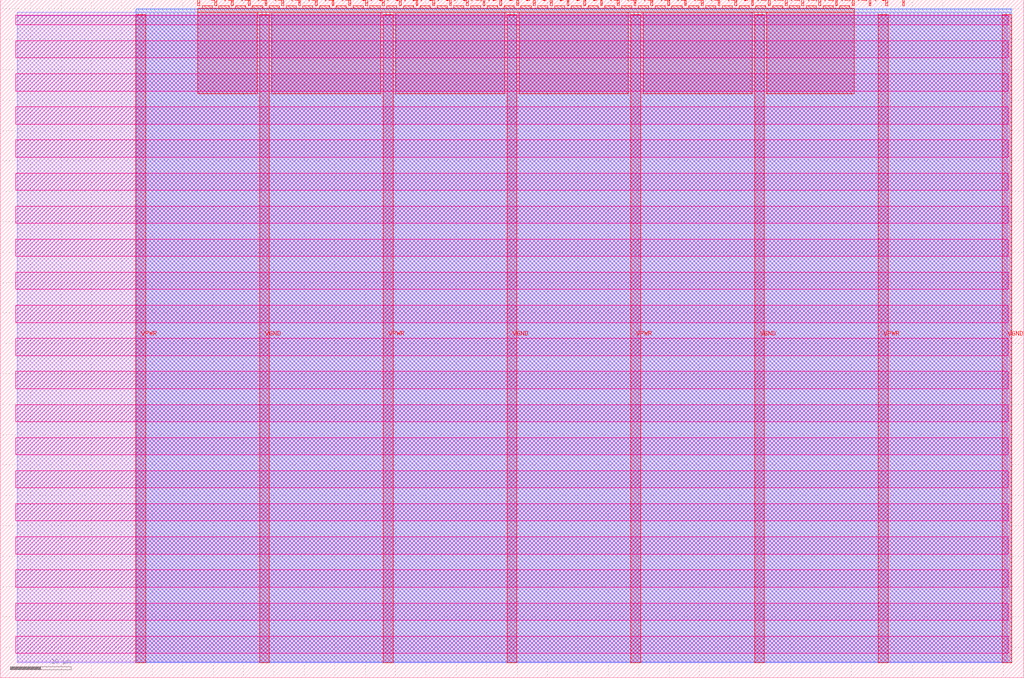
<source format=lef>
VERSION 5.7 ;
  NOWIREEXTENSIONATPIN ON ;
  DIVIDERCHAR "/" ;
  BUSBITCHARS "[]" ;
MACRO tt_um_wokwi_380408409844584449
  CLASS BLOCK ;
  FOREIGN tt_um_wokwi_380408409844584449 ;
  ORIGIN 0.000 0.000 ;
  SIZE 168.360 BY 111.520 ;
  PIN VGND
    DIRECTION INOUT ;
    USE GROUND ;
    PORT
      LAYER met4 ;
        RECT 42.670 2.480 44.270 109.040 ;
    END
    PORT
      LAYER met4 ;
        RECT 83.380 2.480 84.980 109.040 ;
    END
    PORT
      LAYER met4 ;
        RECT 124.090 2.480 125.690 109.040 ;
    END
    PORT
      LAYER met4 ;
        RECT 164.800 2.480 166.400 109.040 ;
    END
  END VGND
  PIN VPWR
    DIRECTION INOUT ;
    USE POWER ;
    PORT
      LAYER met4 ;
        RECT 22.315 2.480 23.915 109.040 ;
    END
    PORT
      LAYER met4 ;
        RECT 63.025 2.480 64.625 109.040 ;
    END
    PORT
      LAYER met4 ;
        RECT 103.735 2.480 105.335 109.040 ;
    END
    PORT
      LAYER met4 ;
        RECT 144.445 2.480 146.045 109.040 ;
    END
  END VPWR
  PIN clk
    DIRECTION INPUT ;
    USE SIGNAL ;
    PORT
      LAYER met4 ;
        RECT 145.670 110.520 145.970 111.520 ;
    END
  END clk
  PIN ena
    DIRECTION INPUT ;
    USE SIGNAL ;
    PORT
      LAYER met4 ;
        RECT 148.430 110.520 148.730 111.520 ;
    END
  END ena
  PIN rst_n
    DIRECTION INPUT ;
    USE SIGNAL ;
    PORT
      LAYER met4 ;
        RECT 142.910 110.520 143.210 111.520 ;
    END
  END rst_n
  PIN ui_in[0]
    DIRECTION INPUT ;
    USE SIGNAL ;
    ANTENNAGATEAREA 0.196500 ;
    PORT
      LAYER met4 ;
        RECT 140.150 110.520 140.450 111.520 ;
    END
  END ui_in[0]
  PIN ui_in[1]
    DIRECTION INPUT ;
    USE SIGNAL ;
    ANTENNAGATEAREA 0.196500 ;
    PORT
      LAYER met4 ;
        RECT 137.390 110.520 137.690 111.520 ;
    END
  END ui_in[1]
  PIN ui_in[2]
    DIRECTION INPUT ;
    USE SIGNAL ;
    ANTENNAGATEAREA 0.196500 ;
    PORT
      LAYER met4 ;
        RECT 134.630 110.520 134.930 111.520 ;
    END
  END ui_in[2]
  PIN ui_in[3]
    DIRECTION INPUT ;
    USE SIGNAL ;
    PORT
      LAYER met4 ;
        RECT 131.870 110.520 132.170 111.520 ;
    END
  END ui_in[3]
  PIN ui_in[4]
    DIRECTION INPUT ;
    USE SIGNAL ;
    ANTENNAGATEAREA 0.196500 ;
    PORT
      LAYER met4 ;
        RECT 129.110 110.520 129.410 111.520 ;
    END
  END ui_in[4]
  PIN ui_in[5]
    DIRECTION INPUT ;
    USE SIGNAL ;
    ANTENNAGATEAREA 0.196500 ;
    PORT
      LAYER met4 ;
        RECT 126.350 110.520 126.650 111.520 ;
    END
  END ui_in[5]
  PIN ui_in[6]
    DIRECTION INPUT ;
    USE SIGNAL ;
    ANTENNAGATEAREA 0.196500 ;
    PORT
      LAYER met4 ;
        RECT 123.590 110.520 123.890 111.520 ;
    END
  END ui_in[6]
  PIN ui_in[7]
    DIRECTION INPUT ;
    USE SIGNAL ;
    ANTENNAGATEAREA 0.196500 ;
    PORT
      LAYER met4 ;
        RECT 120.830 110.520 121.130 111.520 ;
    END
  END ui_in[7]
  PIN uio_in[0]
    DIRECTION INPUT ;
    USE SIGNAL ;
    PORT
      LAYER met4 ;
        RECT 118.070 110.520 118.370 111.520 ;
    END
  END uio_in[0]
  PIN uio_in[1]
    DIRECTION INPUT ;
    USE SIGNAL ;
    PORT
      LAYER met4 ;
        RECT 115.310 110.520 115.610 111.520 ;
    END
  END uio_in[1]
  PIN uio_in[2]
    DIRECTION INPUT ;
    USE SIGNAL ;
    PORT
      LAYER met4 ;
        RECT 112.550 110.520 112.850 111.520 ;
    END
  END uio_in[2]
  PIN uio_in[3]
    DIRECTION INPUT ;
    USE SIGNAL ;
    PORT
      LAYER met4 ;
        RECT 109.790 110.520 110.090 111.520 ;
    END
  END uio_in[3]
  PIN uio_in[4]
    DIRECTION INPUT ;
    USE SIGNAL ;
    PORT
      LAYER met4 ;
        RECT 107.030 110.520 107.330 111.520 ;
    END
  END uio_in[4]
  PIN uio_in[5]
    DIRECTION INPUT ;
    USE SIGNAL ;
    PORT
      LAYER met4 ;
        RECT 104.270 110.520 104.570 111.520 ;
    END
  END uio_in[5]
  PIN uio_in[6]
    DIRECTION INPUT ;
    USE SIGNAL ;
    PORT
      LAYER met4 ;
        RECT 101.510 110.520 101.810 111.520 ;
    END
  END uio_in[6]
  PIN uio_in[7]
    DIRECTION INPUT ;
    USE SIGNAL ;
    PORT
      LAYER met4 ;
        RECT 98.750 110.520 99.050 111.520 ;
    END
  END uio_in[7]
  PIN uio_oe[0]
    DIRECTION OUTPUT TRISTATE ;
    USE SIGNAL ;
    PORT
      LAYER met4 ;
        RECT 51.830 110.520 52.130 111.520 ;
    END
  END uio_oe[0]
  PIN uio_oe[1]
    DIRECTION OUTPUT TRISTATE ;
    USE SIGNAL ;
    PORT
      LAYER met4 ;
        RECT 49.070 110.520 49.370 111.520 ;
    END
  END uio_oe[1]
  PIN uio_oe[2]
    DIRECTION OUTPUT TRISTATE ;
    USE SIGNAL ;
    PORT
      LAYER met4 ;
        RECT 46.310 110.520 46.610 111.520 ;
    END
  END uio_oe[2]
  PIN uio_oe[3]
    DIRECTION OUTPUT TRISTATE ;
    USE SIGNAL ;
    PORT
      LAYER met4 ;
        RECT 43.550 110.520 43.850 111.520 ;
    END
  END uio_oe[3]
  PIN uio_oe[4]
    DIRECTION OUTPUT TRISTATE ;
    USE SIGNAL ;
    PORT
      LAYER met4 ;
        RECT 40.790 110.520 41.090 111.520 ;
    END
  END uio_oe[4]
  PIN uio_oe[5]
    DIRECTION OUTPUT TRISTATE ;
    USE SIGNAL ;
    PORT
      LAYER met4 ;
        RECT 38.030 110.520 38.330 111.520 ;
    END
  END uio_oe[5]
  PIN uio_oe[6]
    DIRECTION OUTPUT TRISTATE ;
    USE SIGNAL ;
    PORT
      LAYER met4 ;
        RECT 35.270 110.520 35.570 111.520 ;
    END
  END uio_oe[6]
  PIN uio_oe[7]
    DIRECTION OUTPUT TRISTATE ;
    USE SIGNAL ;
    PORT
      LAYER met4 ;
        RECT 32.510 110.520 32.810 111.520 ;
    END
  END uio_oe[7]
  PIN uio_out[0]
    DIRECTION OUTPUT TRISTATE ;
    USE SIGNAL ;
    PORT
      LAYER met4 ;
        RECT 73.910 110.520 74.210 111.520 ;
    END
  END uio_out[0]
  PIN uio_out[1]
    DIRECTION OUTPUT TRISTATE ;
    USE SIGNAL ;
    PORT
      LAYER met4 ;
        RECT 71.150 110.520 71.450 111.520 ;
    END
  END uio_out[1]
  PIN uio_out[2]
    DIRECTION OUTPUT TRISTATE ;
    USE SIGNAL ;
    PORT
      LAYER met4 ;
        RECT 68.390 110.520 68.690 111.520 ;
    END
  END uio_out[2]
  PIN uio_out[3]
    DIRECTION OUTPUT TRISTATE ;
    USE SIGNAL ;
    PORT
      LAYER met4 ;
        RECT 65.630 110.520 65.930 111.520 ;
    END
  END uio_out[3]
  PIN uio_out[4]
    DIRECTION OUTPUT TRISTATE ;
    USE SIGNAL ;
    PORT
      LAYER met4 ;
        RECT 62.870 110.520 63.170 111.520 ;
    END
  END uio_out[4]
  PIN uio_out[5]
    DIRECTION OUTPUT TRISTATE ;
    USE SIGNAL ;
    PORT
      LAYER met4 ;
        RECT 60.110 110.520 60.410 111.520 ;
    END
  END uio_out[5]
  PIN uio_out[6]
    DIRECTION OUTPUT TRISTATE ;
    USE SIGNAL ;
    PORT
      LAYER met4 ;
        RECT 57.350 110.520 57.650 111.520 ;
    END
  END uio_out[6]
  PIN uio_out[7]
    DIRECTION OUTPUT TRISTATE ;
    USE SIGNAL ;
    PORT
      LAYER met4 ;
        RECT 54.590 110.520 54.890 111.520 ;
    END
  END uio_out[7]
  PIN uo_out[0]
    DIRECTION OUTPUT TRISTATE ;
    USE SIGNAL ;
    ANTENNADIFFAREA 0.795200 ;
    PORT
      LAYER met4 ;
        RECT 95.990 110.520 96.290 111.520 ;
    END
  END uo_out[0]
  PIN uo_out[1]
    DIRECTION OUTPUT TRISTATE ;
    USE SIGNAL ;
    ANTENNADIFFAREA 0.795200 ;
    PORT
      LAYER met4 ;
        RECT 93.230 110.520 93.530 111.520 ;
    END
  END uo_out[1]
  PIN uo_out[2]
    DIRECTION OUTPUT TRISTATE ;
    USE SIGNAL ;
    ANTENNADIFFAREA 0.445500 ;
    PORT
      LAYER met4 ;
        RECT 90.470 110.520 90.770 111.520 ;
    END
  END uo_out[2]
  PIN uo_out[3]
    DIRECTION OUTPUT TRISTATE ;
    USE SIGNAL ;
    PORT
      LAYER met4 ;
        RECT 87.710 110.520 88.010 111.520 ;
    END
  END uo_out[3]
  PIN uo_out[4]
    DIRECTION OUTPUT TRISTATE ;
    USE SIGNAL ;
    ANTENNADIFFAREA 0.445500 ;
    PORT
      LAYER met4 ;
        RECT 84.950 110.520 85.250 111.520 ;
    END
  END uo_out[4]
  PIN uo_out[5]
    DIRECTION OUTPUT TRISTATE ;
    USE SIGNAL ;
    ANTENNADIFFAREA 0.795200 ;
    PORT
      LAYER met4 ;
        RECT 82.190 110.520 82.490 111.520 ;
    END
  END uo_out[5]
  PIN uo_out[6]
    DIRECTION OUTPUT TRISTATE ;
    USE SIGNAL ;
    PORT
      LAYER met4 ;
        RECT 79.430 110.520 79.730 111.520 ;
    END
  END uo_out[6]
  PIN uo_out[7]
    DIRECTION OUTPUT TRISTATE ;
    USE SIGNAL ;
    ANTENNADIFFAREA 0.795200 ;
    PORT
      LAYER met4 ;
        RECT 76.670 110.520 76.970 111.520 ;
    END
  END uo_out[7]
  OBS
      LAYER nwell ;
        RECT 2.570 107.385 165.790 108.990 ;
        RECT 2.570 101.945 165.790 104.775 ;
        RECT 2.570 96.505 165.790 99.335 ;
        RECT 2.570 91.065 165.790 93.895 ;
        RECT 2.570 85.625 165.790 88.455 ;
        RECT 2.570 80.185 165.790 83.015 ;
        RECT 2.570 74.745 165.790 77.575 ;
        RECT 2.570 69.305 165.790 72.135 ;
        RECT 2.570 63.865 165.790 66.695 ;
        RECT 2.570 58.425 165.790 61.255 ;
        RECT 2.570 52.985 165.790 55.815 ;
        RECT 2.570 47.545 165.790 50.375 ;
        RECT 2.570 42.105 165.790 44.935 ;
        RECT 2.570 36.665 165.790 39.495 ;
        RECT 2.570 31.225 165.790 34.055 ;
        RECT 2.570 25.785 165.790 28.615 ;
        RECT 2.570 20.345 165.790 23.175 ;
        RECT 2.570 14.905 165.790 17.735 ;
        RECT 2.570 9.465 165.790 12.295 ;
        RECT 2.570 4.025 165.790 6.855 ;
      LAYER li1 ;
        RECT 2.760 2.635 165.600 108.885 ;
      LAYER met1 ;
        RECT 2.760 2.480 166.400 109.440 ;
      LAYER met2 ;
        RECT 22.345 2.535 166.370 110.005 ;
      LAYER met3 ;
        RECT 22.325 2.555 166.390 109.985 ;
      LAYER met4 ;
        RECT 33.210 110.120 34.870 110.520 ;
        RECT 35.970 110.120 37.630 110.520 ;
        RECT 38.730 110.120 40.390 110.520 ;
        RECT 41.490 110.120 43.150 110.520 ;
        RECT 44.250 110.120 45.910 110.520 ;
        RECT 47.010 110.120 48.670 110.520 ;
        RECT 49.770 110.120 51.430 110.520 ;
        RECT 52.530 110.120 54.190 110.520 ;
        RECT 55.290 110.120 56.950 110.520 ;
        RECT 58.050 110.120 59.710 110.520 ;
        RECT 60.810 110.120 62.470 110.520 ;
        RECT 63.570 110.120 65.230 110.520 ;
        RECT 66.330 110.120 67.990 110.520 ;
        RECT 69.090 110.120 70.750 110.520 ;
        RECT 71.850 110.120 73.510 110.520 ;
        RECT 74.610 110.120 76.270 110.520 ;
        RECT 77.370 110.120 79.030 110.520 ;
        RECT 80.130 110.120 81.790 110.520 ;
        RECT 82.890 110.120 84.550 110.520 ;
        RECT 85.650 110.120 87.310 110.520 ;
        RECT 88.410 110.120 90.070 110.520 ;
        RECT 91.170 110.120 92.830 110.520 ;
        RECT 93.930 110.120 95.590 110.520 ;
        RECT 96.690 110.120 98.350 110.520 ;
        RECT 99.450 110.120 101.110 110.520 ;
        RECT 102.210 110.120 103.870 110.520 ;
        RECT 104.970 110.120 106.630 110.520 ;
        RECT 107.730 110.120 109.390 110.520 ;
        RECT 110.490 110.120 112.150 110.520 ;
        RECT 113.250 110.120 114.910 110.520 ;
        RECT 116.010 110.120 117.670 110.520 ;
        RECT 118.770 110.120 120.430 110.520 ;
        RECT 121.530 110.120 123.190 110.520 ;
        RECT 124.290 110.120 125.950 110.520 ;
        RECT 127.050 110.120 128.710 110.520 ;
        RECT 129.810 110.120 131.470 110.520 ;
        RECT 132.570 110.120 134.230 110.520 ;
        RECT 135.330 110.120 136.990 110.520 ;
        RECT 138.090 110.120 139.750 110.520 ;
        RECT 32.495 109.440 140.465 110.120 ;
        RECT 32.495 96.055 42.270 109.440 ;
        RECT 44.670 96.055 62.625 109.440 ;
        RECT 65.025 96.055 82.980 109.440 ;
        RECT 85.380 96.055 103.335 109.440 ;
        RECT 105.735 96.055 123.690 109.440 ;
        RECT 126.090 96.055 140.465 109.440 ;
  END
END tt_um_wokwi_380408409844584449
END LIBRARY


</source>
